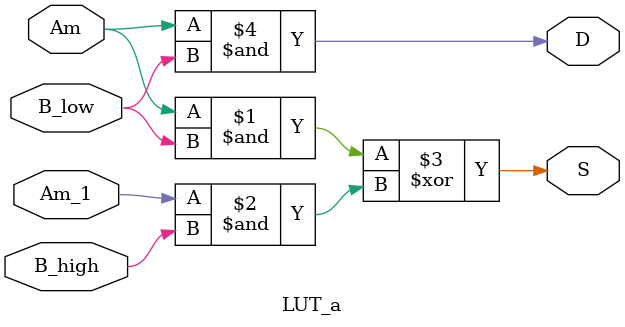
<source format=v>
`timescale 1ns/1ns
module LUT_a(
    input           Am          ,
    input           B_low       ,
    input           Am_1        ,
    input           B_high      ,
    output          S           ,  // O6
    output          D              // O5          
);

   assign S = (Am & B_low) ^ (Am_1 & B_high);
   assign D = Am & B_low;

endmodule // LUT_a


</source>
